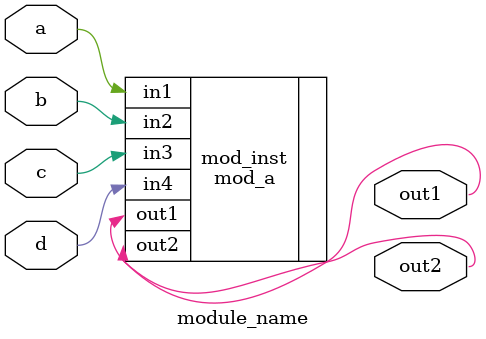
<source format=sv>
module module_name 
(
  input a, 
  input b, 
  input c,
  input d,
  output out1,
  output out2
);

  mod_a mod_inst
  (
    .in1(a),
    .in2(b),
    .in3(c),
    .in4(d),
    .out1(out1),
    .out2(out2)
  );

endmodule
</source>
